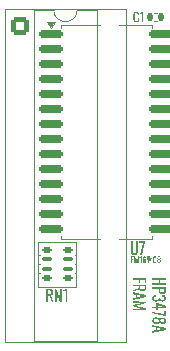
<source format=gbr>
%TF.GenerationSoftware,KiCad,Pcbnew,9.0.2*%
%TF.CreationDate,2025-08-20T02:55:48+06:00*%
%TF.ProjectId,hp3478a-fram-6l,68703334-3738-4612-9d66-72616d2d366c,rev?*%
%TF.SameCoordinates,Original*%
%TF.FileFunction,Legend,Top*%
%TF.FilePolarity,Positive*%
%FSLAX46Y46*%
G04 Gerber Fmt 4.6, Leading zero omitted, Abs format (unit mm)*
G04 Created by KiCad (PCBNEW 9.0.2) date 2025-08-20 02:55:48*
%MOMM*%
%LPD*%
G01*
G04 APERTURE LIST*
G04 Aperture macros list*
%AMRoundRect*
0 Rectangle with rounded corners*
0 $1 Rounding radius*
0 $2 $3 $4 $5 $6 $7 $8 $9 X,Y pos of 4 corners*
0 Add a 4 corners polygon primitive as box body*
4,1,4,$2,$3,$4,$5,$6,$7,$8,$9,$2,$3,0*
0 Add four circle primitives for the rounded corners*
1,1,$1+$1,$2,$3*
1,1,$1+$1,$4,$5*
1,1,$1+$1,$6,$7*
1,1,$1+$1,$8,$9*
0 Add four rect primitives between the rounded corners*
20,1,$1+$1,$2,$3,$4,$5,0*
20,1,$1+$1,$4,$5,$6,$7,0*
20,1,$1+$1,$6,$7,$8,$9,0*
20,1,$1+$1,$8,$9,$2,$3,0*%
G04 Aperture macros list end*
%ADD10C,0.100000*%
%ADD11C,0.150000*%
%ADD12C,0.120000*%
%ADD13RoundRect,0.140000X0.140000X0.170000X-0.140000X0.170000X-0.140000X-0.170000X0.140000X-0.170000X0*%
%ADD14RoundRect,0.150000X-0.875000X-0.150000X0.875000X-0.150000X0.875000X0.150000X-0.875000X0.150000X0*%
%ADD15RoundRect,0.250000X-0.550000X-0.550000X0.550000X-0.550000X0.550000X0.550000X-0.550000X0.550000X0*%
%ADD16C,1.600000*%
%ADD17RoundRect,0.125000X0.275000X0.125000X-0.275000X0.125000X-0.275000X-0.125000X0.275000X-0.125000X0*%
%ADD18RoundRect,0.100000X0.300000X0.100000X-0.300000X0.100000X-0.300000X-0.100000X0.300000X-0.100000X0*%
G04 APERTURE END LIST*
D10*
G36*
X142044085Y-76247990D02*
G01*
X142263202Y-76247990D01*
X142263202Y-76304685D01*
X142123189Y-76304685D01*
X142123189Y-76493698D01*
X142231694Y-76493698D01*
X142231694Y-76549691D01*
X142123189Y-76549691D01*
X142123189Y-76815000D01*
X142044085Y-76815000D01*
X142044085Y-76247990D01*
G37*
G36*
X142326766Y-76247990D02*
G01*
X142404466Y-76247990D01*
X142504544Y-76707899D01*
X142605355Y-76247990D01*
X142682353Y-76247990D01*
X142692855Y-76815000D01*
X142629139Y-76815000D01*
X142622849Y-76403389D01*
X142526953Y-76815000D01*
X142482165Y-76815000D01*
X142386941Y-76403389D01*
X142380652Y-76815000D01*
X142316263Y-76815000D01*
X142326766Y-76247990D01*
G37*
G36*
X142854880Y-76345992D02*
G01*
X142849264Y-76348094D01*
X142812504Y-76355792D01*
X142756175Y-76366295D01*
X142756175Y-76309600D01*
X142799507Y-76296682D01*
X142832131Y-76281860D01*
X142856097Y-76265576D01*
X142873076Y-76247990D01*
X142929771Y-76247990D01*
X142929771Y-76815000D01*
X142854880Y-76815000D01*
X142854880Y-76345992D01*
G37*
G36*
X143224850Y-76245620D02*
G01*
X143252076Y-76252660D01*
X143274715Y-76263746D01*
X143293540Y-76278795D01*
X143308635Y-76297606D01*
X143319976Y-76320354D01*
X143327465Y-76347819D01*
X143330635Y-76381010D01*
X143331337Y-76389406D01*
X143255744Y-76389406D01*
X143253853Y-76360584D01*
X143248911Y-76339881D01*
X143241730Y-76325354D01*
X143230776Y-76314391D01*
X143214827Y-76307336D01*
X143192027Y-76304685D01*
X143174100Y-76307429D01*
X143159447Y-76315378D01*
X143147208Y-76329069D01*
X143137281Y-76350196D01*
X143130328Y-76381351D01*
X143127638Y-76425799D01*
X143127638Y-76511894D01*
X143141160Y-76495813D01*
X143160184Y-76483196D01*
X143182801Y-76475443D01*
X143210253Y-76472693D01*
X143243092Y-76475727D01*
X143268853Y-76484075D01*
X143289065Y-76497131D01*
X143304745Y-76515039D01*
X143316123Y-76536418D01*
X143324898Y-76563046D01*
X143330650Y-76595992D01*
X143332741Y-76636489D01*
X143330307Y-76678555D01*
X143323466Y-76714317D01*
X143312742Y-76744714D01*
X143298425Y-76770547D01*
X143279297Y-76792416D01*
X143255856Y-76808035D01*
X143227228Y-76817803D01*
X143192027Y-76821289D01*
X143158036Y-76817813D01*
X143130031Y-76808005D01*
X143106744Y-76792184D01*
X143087399Y-76769845D01*
X143072908Y-76743645D01*
X143062082Y-76712992D01*
X143055192Y-76677117D01*
X143052747Y-76635115D01*
X143052747Y-76567887D01*
X143127638Y-76567887D01*
X143127638Y-76652609D01*
X143129554Y-76684625D01*
X143134775Y-76710004D01*
X143142690Y-76729972D01*
X143154904Y-76746142D01*
X143170927Y-76755647D01*
X143192027Y-76759007D01*
X143213643Y-76755651D01*
X143229882Y-76746218D01*
X143242096Y-76730308D01*
X143250036Y-76710584D01*
X143255244Y-76685755D01*
X143257148Y-76654685D01*
X143256153Y-76614200D01*
X143253637Y-76586816D01*
X143247327Y-76563420D01*
X143236143Y-76545508D01*
X143225704Y-76536944D01*
X143211422Y-76531431D01*
X143192027Y-76529388D01*
X143171453Y-76532249D01*
X143153894Y-76540593D01*
X143139014Y-76553110D01*
X143127638Y-76567887D01*
X143052747Y-76567887D01*
X143052747Y-76443995D01*
X143055080Y-76397315D01*
X143061588Y-76358076D01*
X143071670Y-76325195D01*
X143084926Y-76297724D01*
X143099299Y-76278296D01*
X143116669Y-76263342D01*
X143137418Y-76252433D01*
X143162229Y-76245553D01*
X143192027Y-76243105D01*
X143224850Y-76245620D01*
G37*
G36*
X143389039Y-76247990D02*
G01*
X143454863Y-76247990D01*
X143515740Y-76655387D01*
X143592066Y-76250096D01*
X143648059Y-76250096D01*
X143725056Y-76657493D01*
X143784560Y-76247990D01*
X143848948Y-76247990D01*
X143757937Y-76815000D01*
X143700540Y-76815000D01*
X143621467Y-76394993D01*
X143541660Y-76815000D01*
X143481454Y-76815000D01*
X143389039Y-76247990D01*
G37*
G36*
X144090016Y-76246218D02*
G01*
X144118405Y-76254903D01*
X144141591Y-76268641D01*
X144160480Y-76287557D01*
X144174916Y-76310411D01*
X144185730Y-76337782D01*
X144192655Y-76370534D01*
X144195132Y-76409709D01*
X144195132Y-76654013D01*
X144192651Y-76692751D01*
X144185687Y-76725401D01*
X144174763Y-76752938D01*
X144160114Y-76776165D01*
X144141021Y-76795447D01*
X144117795Y-76809385D01*
X144089579Y-76818156D01*
X144055120Y-76821289D01*
X144020709Y-76818142D01*
X143992438Y-76809318D01*
X143969078Y-76795269D01*
X143949790Y-76775799D01*
X143934953Y-76752378D01*
X143923929Y-76724810D01*
X143916925Y-76692331D01*
X143914436Y-76654013D01*
X143914436Y-76409709D01*
X143914480Y-76409007D01*
X143990029Y-76409007D01*
X143990029Y-76654685D01*
X143992584Y-76692177D01*
X143999254Y-76718875D01*
X144008943Y-76737394D01*
X144021192Y-76749741D01*
X144036270Y-76757115D01*
X144055120Y-76759709D01*
X144073727Y-76757130D01*
X144088631Y-76749789D01*
X144100762Y-76737475D01*
X144110374Y-76718970D01*
X144116999Y-76692249D01*
X144119539Y-76654685D01*
X144119539Y-76409007D01*
X144117778Y-76376885D01*
X144113020Y-76351781D01*
X144105892Y-76332376D01*
X144094446Y-76316850D01*
X144078102Y-76307443D01*
X144055120Y-76304013D01*
X144032139Y-76307434D01*
X144015668Y-76316838D01*
X144004012Y-76332376D01*
X143996702Y-76351803D01*
X143991831Y-76376908D01*
X143990029Y-76409007D01*
X143914480Y-76409007D01*
X143916914Y-76370534D01*
X143923839Y-76337782D01*
X143934652Y-76310411D01*
X143949088Y-76287557D01*
X143967975Y-76268673D01*
X143991254Y-76254932D01*
X144019856Y-76246229D01*
X144055120Y-76243105D01*
X144090016Y-76246218D01*
G37*
G36*
X144443374Y-76245845D02*
G01*
X144470134Y-76253453D01*
X144491827Y-76265380D01*
X144509351Y-76281604D01*
X144522924Y-76301537D01*
X144533069Y-76325576D01*
X144539567Y-76354532D01*
X144541896Y-76389406D01*
X144539926Y-76419405D01*
X144534418Y-76444450D01*
X144525806Y-76465366D01*
X144513572Y-76484369D01*
X144498048Y-76501231D01*
X144478912Y-76516107D01*
X144500316Y-76532039D01*
X144517679Y-76549967D01*
X144531393Y-76570024D01*
X144541022Y-76592238D01*
X144547319Y-76620248D01*
X144549620Y-76655387D01*
X144547207Y-76695907D01*
X144540533Y-76729105D01*
X144530248Y-76756207D01*
X144516708Y-76778241D01*
X144498728Y-76796306D01*
X144475822Y-76809624D01*
X144446873Y-76818181D01*
X144410310Y-76821289D01*
X144373329Y-76818190D01*
X144344150Y-76809678D01*
X144321163Y-76796467D01*
X144303210Y-76778607D01*
X144289705Y-76756744D01*
X144279417Y-76729673D01*
X144272724Y-76696315D01*
X144270381Y-76656791D01*
X144341708Y-76656791D01*
X144343670Y-76689803D01*
X144348929Y-76715069D01*
X144356760Y-76734155D01*
X144369007Y-76749185D01*
X144386263Y-76758410D01*
X144410310Y-76761785D01*
X144433866Y-76758423D01*
X144450781Y-76749217D01*
X144462792Y-76734155D01*
X144470440Y-76715093D01*
X144475587Y-76689827D01*
X144477507Y-76656791D01*
X144475543Y-76626758D01*
X144470120Y-76602363D01*
X144461754Y-76582602D01*
X144449112Y-76566646D01*
X144432401Y-76556960D01*
X144410310Y-76553202D01*
X144387733Y-76556976D01*
X144370678Y-76566682D01*
X144357798Y-76582602D01*
X144349246Y-76602386D01*
X144343711Y-76626780D01*
X144341708Y-76656791D01*
X144270381Y-76656791D01*
X144270298Y-76655387D01*
X144272566Y-76619737D01*
X144278751Y-76591516D01*
X144288158Y-76569322D01*
X144301703Y-76549322D01*
X144318949Y-76531634D01*
X144340304Y-76516107D01*
X144317709Y-76497675D01*
X144300393Y-76476291D01*
X144287871Y-76451583D01*
X144280065Y-76422910D01*
X144277320Y-76389406D01*
X144277604Y-76385193D01*
X144350806Y-76385193D01*
X144352465Y-76413005D01*
X144357044Y-76435705D01*
X144364087Y-76454161D01*
X144375070Y-76469136D01*
X144390045Y-76478227D01*
X144410310Y-76481791D01*
X144429943Y-76478225D01*
X144445117Y-76468466D01*
X144456928Y-76451641D01*
X144465172Y-76425164D01*
X144468409Y-76385193D01*
X144466698Y-76360271D01*
X144461996Y-76340287D01*
X144454762Y-76324316D01*
X144443946Y-76311627D01*
X144429534Y-76303958D01*
X144410310Y-76301204D01*
X144391054Y-76303942D01*
X144376385Y-76311605D01*
X144365156Y-76324316D01*
X144357532Y-76340336D01*
X144352598Y-76360320D01*
X144350806Y-76385193D01*
X144277604Y-76385193D01*
X144279670Y-76354554D01*
X144286228Y-76325606D01*
X144296475Y-76301559D01*
X144310201Y-76281604D01*
X144327893Y-76265399D01*
X144349811Y-76253468D01*
X144376867Y-76245850D01*
X144410310Y-76243105D01*
X144443374Y-76245845D01*
G37*
G36*
X144984019Y-78088171D02*
G01*
X144984019Y-78246379D01*
X144494007Y-78246379D01*
X144494007Y-78537578D01*
X144984019Y-78537578D01*
X144984019Y-78695786D01*
X143850000Y-78695786D01*
X143850000Y-78537578D01*
X144380617Y-78537578D01*
X144380617Y-78246379D01*
X143850000Y-78246379D01*
X143850000Y-78088171D01*
X144984019Y-78088171D01*
G37*
G36*
X144984019Y-79154108D02*
G01*
X144978181Y-79227724D01*
X144962164Y-79285894D01*
X144937415Y-79331738D01*
X144904213Y-79367576D01*
X144863062Y-79394943D01*
X144811875Y-79415722D01*
X144748520Y-79429232D01*
X144670411Y-79434132D01*
X144601089Y-79429087D01*
X144543319Y-79414954D01*
X144495085Y-79392733D01*
X144454806Y-79362691D01*
X144422270Y-79324700D01*
X144398387Y-79278705D01*
X144383230Y-79223049D01*
X144377808Y-79155512D01*
X144377808Y-79103733D01*
X144491198Y-79103733D01*
X144495599Y-79169567D01*
X144506585Y-79212177D01*
X144527586Y-79245283D01*
X144559769Y-79267498D01*
X144602098Y-79279462D01*
X144669007Y-79284289D01*
X144749992Y-79280540D01*
X144796379Y-79271711D01*
X144821110Y-79260402D01*
X144839947Y-79244018D01*
X144853777Y-79222008D01*
X144865635Y-79179333D01*
X144870629Y-79105137D01*
X144870629Y-79030887D01*
X144491198Y-79030887D01*
X144491198Y-79103733D01*
X144377808Y-79103733D01*
X144377808Y-79030887D01*
X143850000Y-79030887D01*
X143850000Y-78872679D01*
X144984019Y-78872679D01*
X144984019Y-79154108D01*
G37*
G36*
X143837421Y-79788895D02*
G01*
X143842811Y-79721291D01*
X143857855Y-79665751D01*
X143881515Y-79620013D01*
X143913686Y-79582388D01*
X143953596Y-79552706D01*
X144001572Y-79530708D01*
X144059229Y-79516692D01*
X144128620Y-79511680D01*
X144166416Y-79511680D01*
X144166416Y-79660057D01*
X144141198Y-79660057D01*
X144083579Y-79665312D01*
X144040218Y-79675755D01*
X144008147Y-79690160D01*
X143983367Y-79712126D01*
X143967779Y-79743842D01*
X143961985Y-79788895D01*
X143968506Y-79836175D01*
X143986115Y-79869186D01*
X144014497Y-79891782D01*
X144050739Y-79905740D01*
X144101419Y-79915396D01*
X144170629Y-79919077D01*
X144233384Y-79914609D01*
X144282112Y-79902493D01*
X144319678Y-79884089D01*
X144349556Y-79856846D01*
X144369453Y-79820010D01*
X144379213Y-79770699D01*
X144380617Y-79749694D01*
X144530399Y-79749694D01*
X144530399Y-79769295D01*
X144537146Y-79820982D01*
X144551565Y-79858026D01*
X144572409Y-79884089D01*
X144600853Y-79902050D01*
X144642672Y-79914344D01*
X144702590Y-79919077D01*
X144758255Y-79915367D01*
X144799398Y-79905543D01*
X144829291Y-79891050D01*
X144851943Y-79868987D01*
X144866498Y-79836684D01*
X144871973Y-79790300D01*
X144866132Y-79744296D01*
X144850490Y-79712174D01*
X144825750Y-79690160D01*
X144793685Y-79675833D01*
X144749544Y-79665358D01*
X144690012Y-79660057D01*
X144666198Y-79660057D01*
X144666198Y-79511680D01*
X144703995Y-79511680D01*
X144773407Y-79516703D01*
X144830922Y-79530735D01*
X144878636Y-79552731D01*
X144918196Y-79582388D01*
X144949995Y-79619960D01*
X144973456Y-79665871D01*
X144988417Y-79721875D01*
X144993789Y-79790300D01*
X144988373Y-79858673D01*
X144973284Y-79914649D01*
X144949601Y-79960558D01*
X144917463Y-79998150D01*
X144877582Y-80027830D01*
X144829628Y-80049828D01*
X144771983Y-80063846D01*
X144702590Y-80068859D01*
X144637568Y-80063559D01*
X144584164Y-80048760D01*
X144540169Y-80025444D01*
X144502737Y-79992995D01*
X144474477Y-79953720D01*
X144454806Y-79906498D01*
X144433562Y-79953898D01*
X144401773Y-79993445D01*
X144358208Y-80026177D01*
X144307910Y-80048925D01*
X144246220Y-80063573D01*
X144170629Y-80068859D01*
X144090572Y-80063938D01*
X144024401Y-80050262D01*
X143969822Y-80029058D01*
X143924921Y-80000959D01*
X143887931Y-79963935D01*
X143860872Y-79917723D01*
X143843636Y-79860324D01*
X143837421Y-79788895D01*
G37*
G36*
X144984019Y-80474363D02*
G01*
X144984019Y-80650767D01*
X144286828Y-80650767D01*
X144286828Y-80778140D01*
X144153777Y-80778140D01*
X144153777Y-80650767D01*
X143850000Y-80650767D01*
X143850000Y-80507946D01*
X144153777Y-80507946D01*
X144286828Y-80507946D01*
X144801997Y-80507946D01*
X144286828Y-80323176D01*
X144286828Y-80507946D01*
X144153777Y-80507946D01*
X144153777Y-80178951D01*
X144310580Y-80178951D01*
X144984019Y-80474363D01*
G37*
G36*
X144866416Y-81133635D02*
G01*
X144866416Y-80829797D01*
X144984019Y-80829797D01*
X144984019Y-81283417D01*
X144911174Y-81283417D01*
X143850000Y-81073429D01*
X143850000Y-80929204D01*
X144866416Y-81133635D01*
G37*
G36*
X144240524Y-81413800D02*
G01*
X144296966Y-81426170D01*
X144341355Y-81444984D01*
X144381354Y-81472073D01*
X144416730Y-81506565D01*
X144447784Y-81549275D01*
X144484648Y-81504085D01*
X144527417Y-81469454D01*
X144576832Y-81444409D01*
X144634179Y-81428798D01*
X144701186Y-81423307D01*
X144770890Y-81428007D01*
X144828787Y-81441124D01*
X144876881Y-81461618D01*
X144916791Y-81489070D01*
X144949201Y-81524454D01*
X144973062Y-81568289D01*
X144988298Y-81622402D01*
X144993789Y-81689288D01*
X144988308Y-81755415D01*
X144973092Y-81808936D01*
X144949238Y-81852321D01*
X144916791Y-81887369D01*
X144876925Y-81914516D01*
X144828847Y-81934805D01*
X144770935Y-81947801D01*
X144701186Y-81952459D01*
X144641189Y-81948519D01*
X144591099Y-81937504D01*
X144549267Y-81920280D01*
X144511261Y-81895811D01*
X144477537Y-81864764D01*
X144447784Y-81826491D01*
X144415921Y-81869300D01*
X144380065Y-81904025D01*
X144339951Y-81931454D01*
X144295522Y-81950711D01*
X144239502Y-81963307D01*
X144169225Y-81967908D01*
X144088184Y-81963082D01*
X144021788Y-81949735D01*
X143967584Y-81929163D01*
X143923517Y-81902084D01*
X143887387Y-81866124D01*
X143860751Y-81820312D01*
X143843637Y-81762413D01*
X143837421Y-81689288D01*
X143956428Y-81689288D01*
X143963152Y-81736400D01*
X143981565Y-81770229D01*
X144011688Y-81794251D01*
X144049813Y-81809549D01*
X144100344Y-81819841D01*
X144166416Y-81823682D01*
X144226482Y-81819754D01*
X144275272Y-81808908D01*
X144314794Y-81792175D01*
X144346706Y-81766891D01*
X144366078Y-81733469D01*
X144373595Y-81689288D01*
X144516416Y-81689288D01*
X144523549Y-81728554D01*
X144543066Y-81758901D01*
X144576716Y-81782523D01*
X144629671Y-81799011D01*
X144709612Y-81805486D01*
X144759456Y-81802064D01*
X144799425Y-81792659D01*
X144831367Y-81778192D01*
X144856745Y-81756560D01*
X144872082Y-81727735D01*
X144877590Y-81689288D01*
X144872115Y-81650777D01*
X144856789Y-81621438D01*
X144831367Y-81598979D01*
X144799326Y-81583732D01*
X144759358Y-81573863D01*
X144709612Y-81570280D01*
X144653988Y-81573598D01*
X144608589Y-81582755D01*
X144571676Y-81596842D01*
X144541727Y-81618808D01*
X144523545Y-81648758D01*
X144516416Y-81689288D01*
X144373595Y-81689288D01*
X144366046Y-81644133D01*
X144346635Y-81610024D01*
X144314794Y-81584263D01*
X144275226Y-81567159D01*
X144226438Y-81556090D01*
X144166416Y-81552084D01*
X144100392Y-81556007D01*
X144049860Y-81566526D01*
X144011688Y-81582187D01*
X143981628Y-81606681D01*
X143963178Y-81641194D01*
X143956428Y-81689288D01*
X143837421Y-81689288D01*
X143843618Y-81615325D01*
X143860642Y-81556968D01*
X143887064Y-81510994D01*
X143922784Y-81475087D01*
X143966510Y-81448077D01*
X144020653Y-81427503D01*
X144087369Y-81414115D01*
X144169225Y-81409263D01*
X144240524Y-81413800D01*
G37*
G36*
X144984019Y-82305207D02*
G01*
X144984019Y-82457798D01*
X143850000Y-82700026D01*
X143850000Y-82550244D01*
X144135580Y-82498403D01*
X144135580Y-82477398D01*
X144248970Y-82477398D01*
X144759987Y-82382205D01*
X144248970Y-82288415D01*
X144248970Y-82477398D01*
X144135580Y-82477398D01*
X144135580Y-82267411D01*
X143850000Y-82212822D01*
X143850000Y-82064445D01*
X144984019Y-82305207D01*
G37*
G36*
X143304019Y-78088171D02*
G01*
X143304019Y-78526404D01*
X143190629Y-78526404D01*
X143190629Y-78246379D01*
X142812602Y-78246379D01*
X142812602Y-78463389D01*
X142700617Y-78463389D01*
X142700617Y-78246379D01*
X142170000Y-78246379D01*
X142170000Y-78088171D01*
X143304019Y-78088171D01*
G37*
G36*
X143304019Y-78863520D02*
G01*
X143298642Y-78951514D01*
X143284032Y-79020691D01*
X143261941Y-79074606D01*
X143233311Y-79116189D01*
X143195520Y-79149358D01*
X143146477Y-79174380D01*
X143083479Y-79190731D01*
X143002990Y-79196728D01*
X142926663Y-79191738D01*
X142866761Y-79178162D01*
X142820130Y-79157558D01*
X142784222Y-79130681D01*
X142757261Y-79097400D01*
X142738414Y-79056716D01*
X142170000Y-79217733D01*
X142170000Y-79065081D01*
X142702021Y-78916704D01*
X142702021Y-78853689D01*
X142815411Y-78853689D01*
X142820879Y-78920878D01*
X142835116Y-78967891D01*
X142856017Y-78999991D01*
X142886429Y-79022541D01*
X142933266Y-79038038D01*
X143002990Y-79044077D01*
X143069057Y-79039709D01*
X143112899Y-79028689D01*
X143147466Y-79007413D01*
X143171700Y-78974101D01*
X143185255Y-78930453D01*
X143190629Y-78863520D01*
X143190629Y-78793483D01*
X142815411Y-78793483D01*
X142815411Y-78853689D01*
X142702021Y-78853689D01*
X142702021Y-78793483D01*
X142170000Y-78793483D01*
X142170000Y-78635275D01*
X143304019Y-78635275D01*
X143304019Y-78863520D01*
G37*
G36*
X143304019Y-79540378D02*
G01*
X143304019Y-79692969D01*
X142170000Y-79935197D01*
X142170000Y-79785415D01*
X142455580Y-79733574D01*
X142455580Y-79712569D01*
X142568970Y-79712569D01*
X143079987Y-79617376D01*
X142568970Y-79523586D01*
X142568970Y-79712569D01*
X142455580Y-79712569D01*
X142455580Y-79502581D01*
X142170000Y-79447993D01*
X142170000Y-79299616D01*
X143304019Y-79540378D01*
G37*
G36*
X143304019Y-80068187D02*
G01*
X143304019Y-80223586D01*
X142384200Y-80423743D01*
X143304019Y-80625366D01*
X143304019Y-80779361D01*
X142170000Y-80800366D01*
X142170000Y-80672932D01*
X142993220Y-80660354D01*
X142170000Y-80468562D01*
X142170000Y-80378986D01*
X142993220Y-80188538D01*
X142170000Y-80175959D01*
X142170000Y-80047182D01*
X143304019Y-80068187D01*
G37*
D11*
G36*
X142487948Y-56442062D02*
G01*
X142433125Y-56438258D01*
X142388394Y-56427716D01*
X142351956Y-56411353D01*
X142322370Y-56389526D01*
X142298660Y-56362000D01*
X142276057Y-56321336D01*
X142258894Y-56272054D01*
X142247796Y-56212518D01*
X142243803Y-56140813D01*
X142243803Y-55820464D01*
X142247844Y-55744163D01*
X142258919Y-55682632D01*
X142275754Y-55633375D01*
X142297536Y-55594247D01*
X142320668Y-55567938D01*
X142349958Y-55546909D01*
X142386498Y-55531017D01*
X142431851Y-55520707D01*
X142487948Y-55516968D01*
X142549159Y-55521840D01*
X142597062Y-55535153D01*
X142634405Y-55555643D01*
X142663217Y-55583060D01*
X142684980Y-55616972D01*
X142701603Y-55659460D01*
X142712462Y-55712371D01*
X142716413Y-55777917D01*
X142716413Y-55849578D01*
X142596587Y-55849578D01*
X142596587Y-55785782D01*
X142594961Y-55726711D01*
X142590970Y-55689452D01*
X142580856Y-55658833D01*
X142562442Y-55635670D01*
X142545859Y-55625230D01*
X142522192Y-55618179D01*
X142489071Y-55615496D01*
X142455330Y-55618341D01*
X142430452Y-55625931D01*
X142412330Y-55637380D01*
X142391814Y-55662773D01*
X142379260Y-55697854D01*
X142373658Y-55739771D01*
X142371444Y-55801462D01*
X142371444Y-56160939D01*
X142374645Y-56226599D01*
X142382630Y-56269627D01*
X142398068Y-56304284D01*
X142419071Y-56325607D01*
X142447391Y-56337768D01*
X142489071Y-56342411D01*
X142520530Y-56339656D01*
X142543762Y-56332286D01*
X142560732Y-56321113D01*
X142579616Y-56296517D01*
X142590432Y-56262886D01*
X142594835Y-56222548D01*
X142596587Y-56162062D01*
X142596587Y-56094896D01*
X142716413Y-56094896D01*
X142716413Y-56162062D01*
X142712626Y-56231270D01*
X142702198Y-56287600D01*
X142686247Y-56333188D01*
X142665464Y-56369864D01*
X142637262Y-56399874D01*
X142599918Y-56422199D01*
X142551198Y-56436722D01*
X142487948Y-56442062D01*
G37*
G36*
X142958360Y-55681588D02*
G01*
X142949374Y-55684951D01*
X142890558Y-55697268D01*
X142800432Y-55714072D01*
X142800432Y-55623360D01*
X142869763Y-55602691D01*
X142921961Y-55578976D01*
X142960307Y-55552922D01*
X142987473Y-55524784D01*
X143078185Y-55524784D01*
X143078185Y-56432000D01*
X142958360Y-56432000D01*
X142958360Y-55681588D01*
G37*
G36*
X142330600Y-76127578D02*
G01*
X142252481Y-76121538D01*
X142191870Y-76105119D01*
X142145098Y-76080012D01*
X142105712Y-76044475D01*
X142075258Y-76000621D01*
X142053384Y-75947021D01*
X142040139Y-75889516D01*
X142031404Y-75818863D01*
X142028227Y-75732821D01*
X142028227Y-74980980D01*
X142179414Y-74980980D01*
X142179414Y-75739781D01*
X142183467Y-75826035D01*
X142194125Y-75889807D01*
X142209517Y-75935847D01*
X142227869Y-75964669D01*
X142253029Y-75985195D01*
X142286407Y-75998238D01*
X142330600Y-76003014D01*
X142374827Y-75998237D01*
X142408224Y-75985192D01*
X142433392Y-75964665D01*
X142451745Y-75935847D01*
X142467136Y-75889807D01*
X142477795Y-75826035D01*
X142481847Y-75739781D01*
X142481847Y-74980980D01*
X142631629Y-74980980D01*
X142631629Y-75732821D01*
X142628446Y-75818861D01*
X142619690Y-75889514D01*
X142606411Y-75947021D01*
X142584622Y-76000671D01*
X142554400Y-76044521D01*
X142515431Y-76080012D01*
X142469115Y-76105088D01*
X142408763Y-76121521D01*
X142330600Y-76127578D01*
G37*
G36*
X143044522Y-75098583D02*
G01*
X142740684Y-75098583D01*
X142740684Y-74980980D01*
X143194304Y-74980980D01*
X143194304Y-75053825D01*
X142984316Y-76115000D01*
X142840091Y-76115000D01*
X143044522Y-75098583D01*
G37*
G36*
X135195199Y-78986357D02*
G01*
X135264377Y-79000967D01*
X135318291Y-79023058D01*
X135359874Y-79051688D01*
X135393043Y-79089479D01*
X135418065Y-79138522D01*
X135434416Y-79201520D01*
X135440413Y-79282009D01*
X135435424Y-79358336D01*
X135421847Y-79418238D01*
X135401243Y-79464869D01*
X135374366Y-79500777D01*
X135341085Y-79527738D01*
X135300401Y-79546585D01*
X135461418Y-80115000D01*
X135308767Y-80115000D01*
X135160389Y-79582978D01*
X135037168Y-79582978D01*
X135037168Y-80115000D01*
X134878960Y-80115000D01*
X134878960Y-79469588D01*
X135037168Y-79469588D01*
X135097374Y-79469588D01*
X135164563Y-79464120D01*
X135211576Y-79449883D01*
X135243676Y-79428982D01*
X135266226Y-79398570D01*
X135281723Y-79351733D01*
X135287762Y-79282009D01*
X135283394Y-79215942D01*
X135272374Y-79172100D01*
X135251098Y-79137533D01*
X135217786Y-79113299D01*
X135174139Y-79099744D01*
X135107205Y-79094370D01*
X135037168Y-79094370D01*
X135037168Y-79469588D01*
X134878960Y-79469588D01*
X134878960Y-78980980D01*
X135107205Y-78980980D01*
X135195199Y-78986357D01*
G37*
G36*
X135604850Y-78980980D02*
G01*
X135712683Y-78980980D01*
X136034656Y-79734225D01*
X136034656Y-78980980D01*
X136166303Y-78980980D01*
X136166303Y-80115000D01*
X136065492Y-80115000D01*
X135739306Y-79340811D01*
X135739306Y-80115000D01*
X135604850Y-80115000D01*
X135604850Y-78980980D01*
G37*
G36*
X136494688Y-79176985D02*
G01*
X136483456Y-79181188D01*
X136409935Y-79196585D01*
X136297278Y-79217590D01*
X136297278Y-79104200D01*
X136383941Y-79078364D01*
X136449189Y-79048720D01*
X136497121Y-79016152D01*
X136531080Y-78980980D01*
X136644470Y-78980980D01*
X136644470Y-80115000D01*
X136494688Y-80115000D01*
X136494688Y-79176985D01*
G37*
D12*
%TO.C,C1*%
X144207836Y-55640000D02*
X143992164Y-55640000D01*
X144207836Y-56360000D02*
X143992164Y-56360000D01*
%TO.C,U7*%
X136090000Y-56625000D02*
X136090000Y-56870000D01*
X136090000Y-74745000D02*
X136090000Y-74500000D01*
X139950000Y-56625000D02*
X136090000Y-56625000D01*
X139950000Y-56625000D02*
X143810000Y-56625000D01*
X139950000Y-74745000D02*
X136090000Y-74745000D01*
X139950000Y-74745000D02*
X143810000Y-74745000D01*
X143810000Y-56625000D02*
X143810000Y-56870000D01*
X143810000Y-74745000D02*
X143810000Y-74500000D01*
X135237500Y-56870000D02*
X134897500Y-56400000D01*
X135577500Y-56400000D01*
X135237500Y-56870000D01*
G36*
X135237500Y-56870000D02*
G01*
X134897500Y-56400000D01*
X135577500Y-56400000D01*
X135237500Y-56870000D01*
G37*
%TO.C,J1*%
X133840000Y-55370000D02*
X133840000Y-83430000D01*
X133840000Y-83430000D02*
X139140000Y-83430000D01*
X135490000Y-55370000D02*
X133840000Y-55370000D01*
X139140000Y-55370000D02*
X137490000Y-55370000D01*
X139140000Y-83430000D02*
X139140000Y-55370000D01*
X131350000Y-55310000D02*
X141630000Y-55310000D01*
X141630000Y-83490000D01*
X131350000Y-83490000D01*
X131350000Y-55310000D01*
X137490000Y-55370000D02*
G75*
G02*
X135490000Y-55370000I-1000000J0D01*
G01*
%TO.C,RN1*%
X134200000Y-75000000D02*
X137400000Y-75000000D01*
X134200000Y-76900000D02*
X134327000Y-76900000D01*
X134200000Y-78800000D02*
X134200000Y-75000000D01*
X134327000Y-76125300D02*
X134212700Y-76125300D01*
X134327000Y-77674700D02*
X134212700Y-77674700D01*
X137273000Y-76125300D02*
X137387300Y-76125300D01*
X137273000Y-77674700D02*
X137387300Y-77674700D01*
X137400000Y-75000000D02*
X137400000Y-78800000D01*
X137400000Y-76900000D02*
X137273000Y-76900000D01*
X137400000Y-78800000D02*
X134200000Y-78800000D01*
%TD*%
%LPC*%
D13*
%TO.C,C1*%
X144580000Y-56000000D03*
X143620000Y-56000000D03*
%TD*%
D14*
%TO.C,U7*%
X135300000Y-57430000D03*
X135300000Y-58700000D03*
X135300000Y-59970000D03*
X135300000Y-61240000D03*
X135300000Y-62510000D03*
X135300000Y-63780000D03*
X135300000Y-65050000D03*
X135300000Y-66320000D03*
X135300000Y-67590000D03*
X135300000Y-68860000D03*
X135300000Y-70130000D03*
X135300000Y-71400000D03*
X135300000Y-72670000D03*
X135300000Y-73940000D03*
X144600000Y-73940000D03*
X144600000Y-72670000D03*
X144600000Y-71400000D03*
X144600000Y-70130000D03*
X144600000Y-68860000D03*
X144600000Y-67590000D03*
X144600000Y-66320000D03*
X144600000Y-65050000D03*
X144600000Y-63780000D03*
X144600000Y-62510000D03*
X144600000Y-61240000D03*
X144600000Y-59970000D03*
X144600000Y-58700000D03*
X144600000Y-57430000D03*
%TD*%
D15*
%TO.C,J1*%
X132680000Y-56700000D03*
D16*
X132680000Y-59240000D03*
X132680000Y-61780000D03*
X132680000Y-64320000D03*
X132680000Y-66860000D03*
X132680000Y-69400000D03*
X132680000Y-71940000D03*
X132680000Y-74480000D03*
X132680000Y-77020000D03*
X132680000Y-79560000D03*
X132680000Y-82100000D03*
X140300000Y-82100000D03*
X140300000Y-79560000D03*
X140300000Y-77020000D03*
X140300000Y-74480000D03*
X140300000Y-71940000D03*
X140300000Y-69400000D03*
X140300000Y-66860000D03*
X140300000Y-64320000D03*
X140300000Y-61780000D03*
X140300000Y-59240000D03*
X140300000Y-56700000D03*
%TD*%
D17*
%TO.C,RN1*%
X136700000Y-78100000D03*
D18*
X136700000Y-77300000D03*
X136700000Y-76500000D03*
D17*
X136700000Y-75700000D03*
X134900000Y-75700000D03*
D18*
X134900000Y-76500000D03*
X134900000Y-77300000D03*
D17*
X134900000Y-78100000D03*
%TD*%
%LPD*%
M02*

</source>
